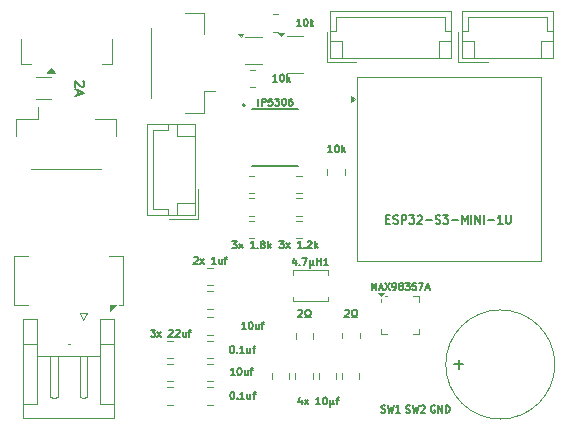
<source format=gbr>
%TF.GenerationSoftware,KiCad,Pcbnew,9.0.0*%
%TF.CreationDate,2025-05-13T10:19:14-05:00*%
%TF.ProjectId,Refraction Cell Circuit,52656672-6163-4746-996f-6e2043656c6c,rev?*%
%TF.SameCoordinates,Original*%
%TF.FileFunction,Legend,Top*%
%TF.FilePolarity,Positive*%
%FSLAX46Y46*%
G04 Gerber Fmt 4.6, Leading zero omitted, Abs format (unit mm)*
G04 Created by KiCad (PCBNEW 9.0.0) date 2025-05-13 10:19:14*
%MOMM*%
%LPD*%
G01*
G04 APERTURE LIST*
%ADD10C,0.150000*%
%ADD11C,0.175000*%
%ADD12C,0.120000*%
%ADD13C,0.127000*%
%ADD14C,0.200000*%
G04 APERTURE END LIST*
D10*
X143284999Y-117579771D02*
X143342142Y-117579771D01*
X143342142Y-117579771D02*
X143399285Y-117608342D01*
X143399285Y-117608342D02*
X143427857Y-117636914D01*
X143427857Y-117636914D02*
X143456428Y-117694057D01*
X143456428Y-117694057D02*
X143484999Y-117808342D01*
X143484999Y-117808342D02*
X143484999Y-117951200D01*
X143484999Y-117951200D02*
X143456428Y-118065485D01*
X143456428Y-118065485D02*
X143427857Y-118122628D01*
X143427857Y-118122628D02*
X143399285Y-118151200D01*
X143399285Y-118151200D02*
X143342142Y-118179771D01*
X143342142Y-118179771D02*
X143284999Y-118179771D01*
X143284999Y-118179771D02*
X143227857Y-118151200D01*
X143227857Y-118151200D02*
X143199285Y-118122628D01*
X143199285Y-118122628D02*
X143170714Y-118065485D01*
X143170714Y-118065485D02*
X143142142Y-117951200D01*
X143142142Y-117951200D02*
X143142142Y-117808342D01*
X143142142Y-117808342D02*
X143170714Y-117694057D01*
X143170714Y-117694057D02*
X143199285Y-117636914D01*
X143199285Y-117636914D02*
X143227857Y-117608342D01*
X143227857Y-117608342D02*
X143284999Y-117579771D01*
X143742143Y-118122628D02*
X143770714Y-118151200D01*
X143770714Y-118151200D02*
X143742143Y-118179771D01*
X143742143Y-118179771D02*
X143713571Y-118151200D01*
X143713571Y-118151200D02*
X143742143Y-118122628D01*
X143742143Y-118122628D02*
X143742143Y-118179771D01*
X144342142Y-118179771D02*
X143999285Y-118179771D01*
X144170714Y-118179771D02*
X144170714Y-117579771D01*
X144170714Y-117579771D02*
X144113571Y-117665485D01*
X144113571Y-117665485D02*
X144056428Y-117722628D01*
X144056428Y-117722628D02*
X143999285Y-117751200D01*
X144856429Y-117779771D02*
X144856429Y-118179771D01*
X144599286Y-117779771D02*
X144599286Y-118094057D01*
X144599286Y-118094057D02*
X144627857Y-118151200D01*
X144627857Y-118151200D02*
X144685000Y-118179771D01*
X144685000Y-118179771D02*
X144770714Y-118179771D01*
X144770714Y-118179771D02*
X144827857Y-118151200D01*
X144827857Y-118151200D02*
X144856429Y-118122628D01*
X145056428Y-117779771D02*
X145285000Y-117779771D01*
X145142143Y-118179771D02*
X145142143Y-117665485D01*
X145142143Y-117665485D02*
X145170714Y-117608342D01*
X145170714Y-117608342D02*
X145227857Y-117579771D01*
X145227857Y-117579771D02*
X145285000Y-117579771D01*
X158034999Y-119301200D02*
X158120714Y-119329771D01*
X158120714Y-119329771D02*
X158263571Y-119329771D01*
X158263571Y-119329771D02*
X158320714Y-119301200D01*
X158320714Y-119301200D02*
X158349285Y-119272628D01*
X158349285Y-119272628D02*
X158377856Y-119215485D01*
X158377856Y-119215485D02*
X158377856Y-119158342D01*
X158377856Y-119158342D02*
X158349285Y-119101200D01*
X158349285Y-119101200D02*
X158320714Y-119072628D01*
X158320714Y-119072628D02*
X158263571Y-119044057D01*
X158263571Y-119044057D02*
X158149285Y-119015485D01*
X158149285Y-119015485D02*
X158092142Y-118986914D01*
X158092142Y-118986914D02*
X158063571Y-118958342D01*
X158063571Y-118958342D02*
X158034999Y-118901200D01*
X158034999Y-118901200D02*
X158034999Y-118844057D01*
X158034999Y-118844057D02*
X158063571Y-118786914D01*
X158063571Y-118786914D02*
X158092142Y-118758342D01*
X158092142Y-118758342D02*
X158149285Y-118729771D01*
X158149285Y-118729771D02*
X158292142Y-118729771D01*
X158292142Y-118729771D02*
X158377856Y-118758342D01*
X158577857Y-118729771D02*
X158720714Y-119329771D01*
X158720714Y-119329771D02*
X158835000Y-118901200D01*
X158835000Y-118901200D02*
X158949285Y-119329771D01*
X158949285Y-119329771D02*
X159092143Y-118729771D01*
X159292142Y-118786914D02*
X159320714Y-118758342D01*
X159320714Y-118758342D02*
X159377857Y-118729771D01*
X159377857Y-118729771D02*
X159520714Y-118729771D01*
X159520714Y-118729771D02*
X159577857Y-118758342D01*
X159577857Y-118758342D02*
X159606428Y-118786914D01*
X159606428Y-118786914D02*
X159634999Y-118844057D01*
X159634999Y-118844057D02*
X159634999Y-118901200D01*
X159634999Y-118901200D02*
X159606428Y-118986914D01*
X159606428Y-118986914D02*
X159263571Y-119329771D01*
X159263571Y-119329771D02*
X159634999Y-119329771D01*
X155106427Y-108954771D02*
X155106427Y-108354771D01*
X155106427Y-108354771D02*
X155306427Y-108783342D01*
X155306427Y-108783342D02*
X155506427Y-108354771D01*
X155506427Y-108354771D02*
X155506427Y-108954771D01*
X155763569Y-108783342D02*
X156049284Y-108783342D01*
X155706426Y-108954771D02*
X155906426Y-108354771D01*
X155906426Y-108354771D02*
X156106426Y-108954771D01*
X156249284Y-108354771D02*
X156649284Y-108954771D01*
X156649284Y-108354771D02*
X156249284Y-108954771D01*
X156906427Y-108954771D02*
X157020713Y-108954771D01*
X157020713Y-108954771D02*
X157077856Y-108926200D01*
X157077856Y-108926200D02*
X157106427Y-108897628D01*
X157106427Y-108897628D02*
X157163570Y-108811914D01*
X157163570Y-108811914D02*
X157192141Y-108697628D01*
X157192141Y-108697628D02*
X157192141Y-108469057D01*
X157192141Y-108469057D02*
X157163570Y-108411914D01*
X157163570Y-108411914D02*
X157134999Y-108383342D01*
X157134999Y-108383342D02*
X157077856Y-108354771D01*
X157077856Y-108354771D02*
X156963570Y-108354771D01*
X156963570Y-108354771D02*
X156906427Y-108383342D01*
X156906427Y-108383342D02*
X156877856Y-108411914D01*
X156877856Y-108411914D02*
X156849284Y-108469057D01*
X156849284Y-108469057D02*
X156849284Y-108611914D01*
X156849284Y-108611914D02*
X156877856Y-108669057D01*
X156877856Y-108669057D02*
X156906427Y-108697628D01*
X156906427Y-108697628D02*
X156963570Y-108726200D01*
X156963570Y-108726200D02*
X157077856Y-108726200D01*
X157077856Y-108726200D02*
X157134999Y-108697628D01*
X157134999Y-108697628D02*
X157163570Y-108669057D01*
X157163570Y-108669057D02*
X157192141Y-108611914D01*
X157534999Y-108611914D02*
X157477856Y-108583342D01*
X157477856Y-108583342D02*
X157449285Y-108554771D01*
X157449285Y-108554771D02*
X157420713Y-108497628D01*
X157420713Y-108497628D02*
X157420713Y-108469057D01*
X157420713Y-108469057D02*
X157449285Y-108411914D01*
X157449285Y-108411914D02*
X157477856Y-108383342D01*
X157477856Y-108383342D02*
X157534999Y-108354771D01*
X157534999Y-108354771D02*
X157649285Y-108354771D01*
X157649285Y-108354771D02*
X157706428Y-108383342D01*
X157706428Y-108383342D02*
X157734999Y-108411914D01*
X157734999Y-108411914D02*
X157763570Y-108469057D01*
X157763570Y-108469057D02*
X157763570Y-108497628D01*
X157763570Y-108497628D02*
X157734999Y-108554771D01*
X157734999Y-108554771D02*
X157706428Y-108583342D01*
X157706428Y-108583342D02*
X157649285Y-108611914D01*
X157649285Y-108611914D02*
X157534999Y-108611914D01*
X157534999Y-108611914D02*
X157477856Y-108640485D01*
X157477856Y-108640485D02*
X157449285Y-108669057D01*
X157449285Y-108669057D02*
X157420713Y-108726200D01*
X157420713Y-108726200D02*
X157420713Y-108840485D01*
X157420713Y-108840485D02*
X157449285Y-108897628D01*
X157449285Y-108897628D02*
X157477856Y-108926200D01*
X157477856Y-108926200D02*
X157534999Y-108954771D01*
X157534999Y-108954771D02*
X157649285Y-108954771D01*
X157649285Y-108954771D02*
X157706428Y-108926200D01*
X157706428Y-108926200D02*
X157734999Y-108897628D01*
X157734999Y-108897628D02*
X157763570Y-108840485D01*
X157763570Y-108840485D02*
X157763570Y-108726200D01*
X157763570Y-108726200D02*
X157734999Y-108669057D01*
X157734999Y-108669057D02*
X157706428Y-108640485D01*
X157706428Y-108640485D02*
X157649285Y-108611914D01*
X157963571Y-108354771D02*
X158334999Y-108354771D01*
X158334999Y-108354771D02*
X158134999Y-108583342D01*
X158134999Y-108583342D02*
X158220714Y-108583342D01*
X158220714Y-108583342D02*
X158277857Y-108611914D01*
X158277857Y-108611914D02*
X158306428Y-108640485D01*
X158306428Y-108640485D02*
X158334999Y-108697628D01*
X158334999Y-108697628D02*
X158334999Y-108840485D01*
X158334999Y-108840485D02*
X158306428Y-108897628D01*
X158306428Y-108897628D02*
X158277857Y-108926200D01*
X158277857Y-108926200D02*
X158220714Y-108954771D01*
X158220714Y-108954771D02*
X158049285Y-108954771D01*
X158049285Y-108954771D02*
X157992142Y-108926200D01*
X157992142Y-108926200D02*
X157963571Y-108897628D01*
X158877857Y-108354771D02*
X158592143Y-108354771D01*
X158592143Y-108354771D02*
X158563571Y-108640485D01*
X158563571Y-108640485D02*
X158592143Y-108611914D01*
X158592143Y-108611914D02*
X158649286Y-108583342D01*
X158649286Y-108583342D02*
X158792143Y-108583342D01*
X158792143Y-108583342D02*
X158849286Y-108611914D01*
X158849286Y-108611914D02*
X158877857Y-108640485D01*
X158877857Y-108640485D02*
X158906428Y-108697628D01*
X158906428Y-108697628D02*
X158906428Y-108840485D01*
X158906428Y-108840485D02*
X158877857Y-108897628D01*
X158877857Y-108897628D02*
X158849286Y-108926200D01*
X158849286Y-108926200D02*
X158792143Y-108954771D01*
X158792143Y-108954771D02*
X158649286Y-108954771D01*
X158649286Y-108954771D02*
X158592143Y-108926200D01*
X158592143Y-108926200D02*
X158563571Y-108897628D01*
X159106429Y-108354771D02*
X159506429Y-108354771D01*
X159506429Y-108354771D02*
X159249286Y-108954771D01*
X159706429Y-108783342D02*
X159992144Y-108783342D01*
X159649286Y-108954771D02*
X159849286Y-108354771D01*
X159849286Y-108354771D02*
X160049286Y-108954771D01*
X143259999Y-113679771D02*
X143317142Y-113679771D01*
X143317142Y-113679771D02*
X143374285Y-113708342D01*
X143374285Y-113708342D02*
X143402857Y-113736914D01*
X143402857Y-113736914D02*
X143431428Y-113794057D01*
X143431428Y-113794057D02*
X143459999Y-113908342D01*
X143459999Y-113908342D02*
X143459999Y-114051200D01*
X143459999Y-114051200D02*
X143431428Y-114165485D01*
X143431428Y-114165485D02*
X143402857Y-114222628D01*
X143402857Y-114222628D02*
X143374285Y-114251200D01*
X143374285Y-114251200D02*
X143317142Y-114279771D01*
X143317142Y-114279771D02*
X143259999Y-114279771D01*
X143259999Y-114279771D02*
X143202857Y-114251200D01*
X143202857Y-114251200D02*
X143174285Y-114222628D01*
X143174285Y-114222628D02*
X143145714Y-114165485D01*
X143145714Y-114165485D02*
X143117142Y-114051200D01*
X143117142Y-114051200D02*
X143117142Y-113908342D01*
X143117142Y-113908342D02*
X143145714Y-113794057D01*
X143145714Y-113794057D02*
X143174285Y-113736914D01*
X143174285Y-113736914D02*
X143202857Y-113708342D01*
X143202857Y-113708342D02*
X143259999Y-113679771D01*
X143717143Y-114222628D02*
X143745714Y-114251200D01*
X143745714Y-114251200D02*
X143717143Y-114279771D01*
X143717143Y-114279771D02*
X143688571Y-114251200D01*
X143688571Y-114251200D02*
X143717143Y-114222628D01*
X143717143Y-114222628D02*
X143717143Y-114279771D01*
X144317142Y-114279771D02*
X143974285Y-114279771D01*
X144145714Y-114279771D02*
X144145714Y-113679771D01*
X144145714Y-113679771D02*
X144088571Y-113765485D01*
X144088571Y-113765485D02*
X144031428Y-113822628D01*
X144031428Y-113822628D02*
X143974285Y-113851200D01*
X144831429Y-113879771D02*
X144831429Y-114279771D01*
X144574286Y-113879771D02*
X144574286Y-114194057D01*
X144574286Y-114194057D02*
X144602857Y-114251200D01*
X144602857Y-114251200D02*
X144660000Y-114279771D01*
X144660000Y-114279771D02*
X144745714Y-114279771D01*
X144745714Y-114279771D02*
X144802857Y-114251200D01*
X144802857Y-114251200D02*
X144831429Y-114222628D01*
X145031428Y-113879771D02*
X145260000Y-113879771D01*
X145117143Y-114279771D02*
X145117143Y-113765485D01*
X145117143Y-113765485D02*
X145145714Y-113708342D01*
X145145714Y-113708342D02*
X145202857Y-113679771D01*
X145202857Y-113679771D02*
X145260000Y-113679771D01*
X144477856Y-112254771D02*
X144134999Y-112254771D01*
X144306428Y-112254771D02*
X144306428Y-111654771D01*
X144306428Y-111654771D02*
X144249285Y-111740485D01*
X144249285Y-111740485D02*
X144192142Y-111797628D01*
X144192142Y-111797628D02*
X144134999Y-111826200D01*
X144849285Y-111654771D02*
X144906428Y-111654771D01*
X144906428Y-111654771D02*
X144963571Y-111683342D01*
X144963571Y-111683342D02*
X144992143Y-111711914D01*
X144992143Y-111711914D02*
X145020714Y-111769057D01*
X145020714Y-111769057D02*
X145049285Y-111883342D01*
X145049285Y-111883342D02*
X145049285Y-112026200D01*
X145049285Y-112026200D02*
X145020714Y-112140485D01*
X145020714Y-112140485D02*
X144992143Y-112197628D01*
X144992143Y-112197628D02*
X144963571Y-112226200D01*
X144963571Y-112226200D02*
X144906428Y-112254771D01*
X144906428Y-112254771D02*
X144849285Y-112254771D01*
X144849285Y-112254771D02*
X144792143Y-112226200D01*
X144792143Y-112226200D02*
X144763571Y-112197628D01*
X144763571Y-112197628D02*
X144735000Y-112140485D01*
X144735000Y-112140485D02*
X144706428Y-112026200D01*
X144706428Y-112026200D02*
X144706428Y-111883342D01*
X144706428Y-111883342D02*
X144735000Y-111769057D01*
X144735000Y-111769057D02*
X144763571Y-111711914D01*
X144763571Y-111711914D02*
X144792143Y-111683342D01*
X144792143Y-111683342D02*
X144849285Y-111654771D01*
X145563572Y-111854771D02*
X145563572Y-112254771D01*
X145306429Y-111854771D02*
X145306429Y-112169057D01*
X145306429Y-112169057D02*
X145335000Y-112226200D01*
X145335000Y-112226200D02*
X145392143Y-112254771D01*
X145392143Y-112254771D02*
X145477857Y-112254771D01*
X145477857Y-112254771D02*
X145535000Y-112226200D01*
X145535000Y-112226200D02*
X145563572Y-112197628D01*
X145763571Y-111854771D02*
X145992143Y-111854771D01*
X145849286Y-112254771D02*
X145849286Y-111740485D01*
X145849286Y-111740485D02*
X145877857Y-111683342D01*
X145877857Y-111683342D02*
X145935000Y-111654771D01*
X145935000Y-111654771D02*
X145992143Y-111654771D01*
X147306428Y-104804771D02*
X147677856Y-104804771D01*
X147677856Y-104804771D02*
X147477856Y-105033342D01*
X147477856Y-105033342D02*
X147563571Y-105033342D01*
X147563571Y-105033342D02*
X147620714Y-105061914D01*
X147620714Y-105061914D02*
X147649285Y-105090485D01*
X147649285Y-105090485D02*
X147677856Y-105147628D01*
X147677856Y-105147628D02*
X147677856Y-105290485D01*
X147677856Y-105290485D02*
X147649285Y-105347628D01*
X147649285Y-105347628D02*
X147620714Y-105376200D01*
X147620714Y-105376200D02*
X147563571Y-105404771D01*
X147563571Y-105404771D02*
X147392142Y-105404771D01*
X147392142Y-105404771D02*
X147334999Y-105376200D01*
X147334999Y-105376200D02*
X147306428Y-105347628D01*
X147877857Y-105404771D02*
X148192143Y-105004771D01*
X147877857Y-105004771D02*
X148192143Y-105404771D01*
X149192142Y-105404771D02*
X148849285Y-105404771D01*
X149020714Y-105404771D02*
X149020714Y-104804771D01*
X149020714Y-104804771D02*
X148963571Y-104890485D01*
X148963571Y-104890485D02*
X148906428Y-104947628D01*
X148906428Y-104947628D02*
X148849285Y-104976200D01*
X149449286Y-105347628D02*
X149477857Y-105376200D01*
X149477857Y-105376200D02*
X149449286Y-105404771D01*
X149449286Y-105404771D02*
X149420714Y-105376200D01*
X149420714Y-105376200D02*
X149449286Y-105347628D01*
X149449286Y-105347628D02*
X149449286Y-105404771D01*
X149706428Y-104861914D02*
X149735000Y-104833342D01*
X149735000Y-104833342D02*
X149792143Y-104804771D01*
X149792143Y-104804771D02*
X149935000Y-104804771D01*
X149935000Y-104804771D02*
X149992143Y-104833342D01*
X149992143Y-104833342D02*
X150020714Y-104861914D01*
X150020714Y-104861914D02*
X150049285Y-104919057D01*
X150049285Y-104919057D02*
X150049285Y-104976200D01*
X150049285Y-104976200D02*
X150020714Y-105061914D01*
X150020714Y-105061914D02*
X149677857Y-105404771D01*
X149677857Y-105404771D02*
X150049285Y-105404771D01*
X150306429Y-105404771D02*
X150306429Y-104804771D01*
X150363572Y-105176200D02*
X150535000Y-105404771D01*
X150535000Y-105004771D02*
X150306429Y-105233342D01*
X140063571Y-106186914D02*
X140092143Y-106158342D01*
X140092143Y-106158342D02*
X140149286Y-106129771D01*
X140149286Y-106129771D02*
X140292143Y-106129771D01*
X140292143Y-106129771D02*
X140349286Y-106158342D01*
X140349286Y-106158342D02*
X140377857Y-106186914D01*
X140377857Y-106186914D02*
X140406428Y-106244057D01*
X140406428Y-106244057D02*
X140406428Y-106301200D01*
X140406428Y-106301200D02*
X140377857Y-106386914D01*
X140377857Y-106386914D02*
X140035000Y-106729771D01*
X140035000Y-106729771D02*
X140406428Y-106729771D01*
X140606429Y-106729771D02*
X140920715Y-106329771D01*
X140606429Y-106329771D02*
X140920715Y-106729771D01*
X141920714Y-106729771D02*
X141577857Y-106729771D01*
X141749286Y-106729771D02*
X141749286Y-106129771D01*
X141749286Y-106129771D02*
X141692143Y-106215485D01*
X141692143Y-106215485D02*
X141635000Y-106272628D01*
X141635000Y-106272628D02*
X141577857Y-106301200D01*
X142435001Y-106329771D02*
X142435001Y-106729771D01*
X142177858Y-106329771D02*
X142177858Y-106644057D01*
X142177858Y-106644057D02*
X142206429Y-106701200D01*
X142206429Y-106701200D02*
X142263572Y-106729771D01*
X142263572Y-106729771D02*
X142349286Y-106729771D01*
X142349286Y-106729771D02*
X142406429Y-106701200D01*
X142406429Y-106701200D02*
X142435001Y-106672628D01*
X142635000Y-106329771D02*
X142863572Y-106329771D01*
X142720715Y-106729771D02*
X142720715Y-106215485D01*
X142720715Y-106215485D02*
X142749286Y-106158342D01*
X142749286Y-106158342D02*
X142806429Y-106129771D01*
X142806429Y-106129771D02*
X142863572Y-106129771D01*
X147127856Y-91304771D02*
X146784999Y-91304771D01*
X146956428Y-91304771D02*
X146956428Y-90704771D01*
X146956428Y-90704771D02*
X146899285Y-90790485D01*
X146899285Y-90790485D02*
X146842142Y-90847628D01*
X146842142Y-90847628D02*
X146784999Y-90876200D01*
X147499285Y-90704771D02*
X147556428Y-90704771D01*
X147556428Y-90704771D02*
X147613571Y-90733342D01*
X147613571Y-90733342D02*
X147642143Y-90761914D01*
X147642143Y-90761914D02*
X147670714Y-90819057D01*
X147670714Y-90819057D02*
X147699285Y-90933342D01*
X147699285Y-90933342D02*
X147699285Y-91076200D01*
X147699285Y-91076200D02*
X147670714Y-91190485D01*
X147670714Y-91190485D02*
X147642143Y-91247628D01*
X147642143Y-91247628D02*
X147613571Y-91276200D01*
X147613571Y-91276200D02*
X147556428Y-91304771D01*
X147556428Y-91304771D02*
X147499285Y-91304771D01*
X147499285Y-91304771D02*
X147442143Y-91276200D01*
X147442143Y-91276200D02*
X147413571Y-91247628D01*
X147413571Y-91247628D02*
X147385000Y-91190485D01*
X147385000Y-91190485D02*
X147356428Y-91076200D01*
X147356428Y-91076200D02*
X147356428Y-90933342D01*
X147356428Y-90933342D02*
X147385000Y-90819057D01*
X147385000Y-90819057D02*
X147413571Y-90761914D01*
X147413571Y-90761914D02*
X147442143Y-90733342D01*
X147442143Y-90733342D02*
X147499285Y-90704771D01*
X147956429Y-91304771D02*
X147956429Y-90704771D01*
X148013572Y-91076200D02*
X148185000Y-91304771D01*
X148185000Y-90904771D02*
X147956429Y-91133342D01*
X145524642Y-93354771D02*
X145524642Y-92754771D01*
X145810356Y-93354771D02*
X145810356Y-92754771D01*
X145810356Y-92754771D02*
X146038927Y-92754771D01*
X146038927Y-92754771D02*
X146096070Y-92783342D01*
X146096070Y-92783342D02*
X146124641Y-92811914D01*
X146124641Y-92811914D02*
X146153213Y-92869057D01*
X146153213Y-92869057D02*
X146153213Y-92954771D01*
X146153213Y-92954771D02*
X146124641Y-93011914D01*
X146124641Y-93011914D02*
X146096070Y-93040485D01*
X146096070Y-93040485D02*
X146038927Y-93069057D01*
X146038927Y-93069057D02*
X145810356Y-93069057D01*
X146696070Y-92754771D02*
X146410356Y-92754771D01*
X146410356Y-92754771D02*
X146381784Y-93040485D01*
X146381784Y-93040485D02*
X146410356Y-93011914D01*
X146410356Y-93011914D02*
X146467499Y-92983342D01*
X146467499Y-92983342D02*
X146610356Y-92983342D01*
X146610356Y-92983342D02*
X146667499Y-93011914D01*
X146667499Y-93011914D02*
X146696070Y-93040485D01*
X146696070Y-93040485D02*
X146724641Y-93097628D01*
X146724641Y-93097628D02*
X146724641Y-93240485D01*
X146724641Y-93240485D02*
X146696070Y-93297628D01*
X146696070Y-93297628D02*
X146667499Y-93326200D01*
X146667499Y-93326200D02*
X146610356Y-93354771D01*
X146610356Y-93354771D02*
X146467499Y-93354771D01*
X146467499Y-93354771D02*
X146410356Y-93326200D01*
X146410356Y-93326200D02*
X146381784Y-93297628D01*
X146924642Y-92754771D02*
X147296070Y-92754771D01*
X147296070Y-92754771D02*
X147096070Y-92983342D01*
X147096070Y-92983342D02*
X147181785Y-92983342D01*
X147181785Y-92983342D02*
X147238928Y-93011914D01*
X147238928Y-93011914D02*
X147267499Y-93040485D01*
X147267499Y-93040485D02*
X147296070Y-93097628D01*
X147296070Y-93097628D02*
X147296070Y-93240485D01*
X147296070Y-93240485D02*
X147267499Y-93297628D01*
X147267499Y-93297628D02*
X147238928Y-93326200D01*
X147238928Y-93326200D02*
X147181785Y-93354771D01*
X147181785Y-93354771D02*
X147010356Y-93354771D01*
X147010356Y-93354771D02*
X146953213Y-93326200D01*
X146953213Y-93326200D02*
X146924642Y-93297628D01*
X147667499Y-92754771D02*
X147724642Y-92754771D01*
X147724642Y-92754771D02*
X147781785Y-92783342D01*
X147781785Y-92783342D02*
X147810357Y-92811914D01*
X147810357Y-92811914D02*
X147838928Y-92869057D01*
X147838928Y-92869057D02*
X147867499Y-92983342D01*
X147867499Y-92983342D02*
X147867499Y-93126200D01*
X147867499Y-93126200D02*
X147838928Y-93240485D01*
X147838928Y-93240485D02*
X147810357Y-93297628D01*
X147810357Y-93297628D02*
X147781785Y-93326200D01*
X147781785Y-93326200D02*
X147724642Y-93354771D01*
X147724642Y-93354771D02*
X147667499Y-93354771D01*
X147667499Y-93354771D02*
X147610357Y-93326200D01*
X147610357Y-93326200D02*
X147581785Y-93297628D01*
X147581785Y-93297628D02*
X147553214Y-93240485D01*
X147553214Y-93240485D02*
X147524642Y-93126200D01*
X147524642Y-93126200D02*
X147524642Y-92983342D01*
X147524642Y-92983342D02*
X147553214Y-92869057D01*
X147553214Y-92869057D02*
X147581785Y-92811914D01*
X147581785Y-92811914D02*
X147610357Y-92783342D01*
X147610357Y-92783342D02*
X147667499Y-92754771D01*
X148381786Y-92754771D02*
X148267500Y-92754771D01*
X148267500Y-92754771D02*
X148210357Y-92783342D01*
X148210357Y-92783342D02*
X148181786Y-92811914D01*
X148181786Y-92811914D02*
X148124643Y-92897628D01*
X148124643Y-92897628D02*
X148096071Y-93011914D01*
X148096071Y-93011914D02*
X148096071Y-93240485D01*
X148096071Y-93240485D02*
X148124643Y-93297628D01*
X148124643Y-93297628D02*
X148153214Y-93326200D01*
X148153214Y-93326200D02*
X148210357Y-93354771D01*
X148210357Y-93354771D02*
X148324643Y-93354771D01*
X148324643Y-93354771D02*
X148381786Y-93326200D01*
X148381786Y-93326200D02*
X148410357Y-93297628D01*
X148410357Y-93297628D02*
X148438928Y-93240485D01*
X148438928Y-93240485D02*
X148438928Y-93097628D01*
X148438928Y-93097628D02*
X148410357Y-93040485D01*
X148410357Y-93040485D02*
X148381786Y-93011914D01*
X148381786Y-93011914D02*
X148324643Y-92983342D01*
X148324643Y-92983342D02*
X148210357Y-92983342D01*
X148210357Y-92983342D02*
X148153214Y-93011914D01*
X148153214Y-93011914D02*
X148124643Y-93040485D01*
X148124643Y-93040485D02*
X148096071Y-93097628D01*
D11*
X156368332Y-102958066D02*
X156601666Y-102958066D01*
X156701666Y-103324733D02*
X156368332Y-103324733D01*
X156368332Y-103324733D02*
X156368332Y-102624733D01*
X156368332Y-102624733D02*
X156701666Y-102624733D01*
X156968332Y-103291400D02*
X157068332Y-103324733D01*
X157068332Y-103324733D02*
X157234999Y-103324733D01*
X157234999Y-103324733D02*
X157301665Y-103291400D01*
X157301665Y-103291400D02*
X157334999Y-103258066D01*
X157334999Y-103258066D02*
X157368332Y-103191400D01*
X157368332Y-103191400D02*
X157368332Y-103124733D01*
X157368332Y-103124733D02*
X157334999Y-103058066D01*
X157334999Y-103058066D02*
X157301665Y-103024733D01*
X157301665Y-103024733D02*
X157234999Y-102991400D01*
X157234999Y-102991400D02*
X157101665Y-102958066D01*
X157101665Y-102958066D02*
X157034999Y-102924733D01*
X157034999Y-102924733D02*
X157001665Y-102891400D01*
X157001665Y-102891400D02*
X156968332Y-102824733D01*
X156968332Y-102824733D02*
X156968332Y-102758066D01*
X156968332Y-102758066D02*
X157001665Y-102691400D01*
X157001665Y-102691400D02*
X157034999Y-102658066D01*
X157034999Y-102658066D02*
X157101665Y-102624733D01*
X157101665Y-102624733D02*
X157268332Y-102624733D01*
X157268332Y-102624733D02*
X157368332Y-102658066D01*
X157668332Y-103324733D02*
X157668332Y-102624733D01*
X157668332Y-102624733D02*
X157934999Y-102624733D01*
X157934999Y-102624733D02*
X158001666Y-102658066D01*
X158001666Y-102658066D02*
X158034999Y-102691400D01*
X158034999Y-102691400D02*
X158068332Y-102758066D01*
X158068332Y-102758066D02*
X158068332Y-102858066D01*
X158068332Y-102858066D02*
X158034999Y-102924733D01*
X158034999Y-102924733D02*
X158001666Y-102958066D01*
X158001666Y-102958066D02*
X157934999Y-102991400D01*
X157934999Y-102991400D02*
X157668332Y-102991400D01*
X158301666Y-102624733D02*
X158734999Y-102624733D01*
X158734999Y-102624733D02*
X158501666Y-102891400D01*
X158501666Y-102891400D02*
X158601666Y-102891400D01*
X158601666Y-102891400D02*
X158668332Y-102924733D01*
X158668332Y-102924733D02*
X158701666Y-102958066D01*
X158701666Y-102958066D02*
X158734999Y-103024733D01*
X158734999Y-103024733D02*
X158734999Y-103191400D01*
X158734999Y-103191400D02*
X158701666Y-103258066D01*
X158701666Y-103258066D02*
X158668332Y-103291400D01*
X158668332Y-103291400D02*
X158601666Y-103324733D01*
X158601666Y-103324733D02*
X158401666Y-103324733D01*
X158401666Y-103324733D02*
X158334999Y-103291400D01*
X158334999Y-103291400D02*
X158301666Y-103258066D01*
X159001666Y-102691400D02*
X159034999Y-102658066D01*
X159034999Y-102658066D02*
X159101666Y-102624733D01*
X159101666Y-102624733D02*
X159268333Y-102624733D01*
X159268333Y-102624733D02*
X159334999Y-102658066D01*
X159334999Y-102658066D02*
X159368333Y-102691400D01*
X159368333Y-102691400D02*
X159401666Y-102758066D01*
X159401666Y-102758066D02*
X159401666Y-102824733D01*
X159401666Y-102824733D02*
X159368333Y-102924733D01*
X159368333Y-102924733D02*
X158968333Y-103324733D01*
X158968333Y-103324733D02*
X159401666Y-103324733D01*
X159701666Y-103058066D02*
X160235000Y-103058066D01*
X160535000Y-103291400D02*
X160635000Y-103324733D01*
X160635000Y-103324733D02*
X160801667Y-103324733D01*
X160801667Y-103324733D02*
X160868333Y-103291400D01*
X160868333Y-103291400D02*
X160901667Y-103258066D01*
X160901667Y-103258066D02*
X160935000Y-103191400D01*
X160935000Y-103191400D02*
X160935000Y-103124733D01*
X160935000Y-103124733D02*
X160901667Y-103058066D01*
X160901667Y-103058066D02*
X160868333Y-103024733D01*
X160868333Y-103024733D02*
X160801667Y-102991400D01*
X160801667Y-102991400D02*
X160668333Y-102958066D01*
X160668333Y-102958066D02*
X160601667Y-102924733D01*
X160601667Y-102924733D02*
X160568333Y-102891400D01*
X160568333Y-102891400D02*
X160535000Y-102824733D01*
X160535000Y-102824733D02*
X160535000Y-102758066D01*
X160535000Y-102758066D02*
X160568333Y-102691400D01*
X160568333Y-102691400D02*
X160601667Y-102658066D01*
X160601667Y-102658066D02*
X160668333Y-102624733D01*
X160668333Y-102624733D02*
X160835000Y-102624733D01*
X160835000Y-102624733D02*
X160935000Y-102658066D01*
X161168334Y-102624733D02*
X161601667Y-102624733D01*
X161601667Y-102624733D02*
X161368334Y-102891400D01*
X161368334Y-102891400D02*
X161468334Y-102891400D01*
X161468334Y-102891400D02*
X161535000Y-102924733D01*
X161535000Y-102924733D02*
X161568334Y-102958066D01*
X161568334Y-102958066D02*
X161601667Y-103024733D01*
X161601667Y-103024733D02*
X161601667Y-103191400D01*
X161601667Y-103191400D02*
X161568334Y-103258066D01*
X161568334Y-103258066D02*
X161535000Y-103291400D01*
X161535000Y-103291400D02*
X161468334Y-103324733D01*
X161468334Y-103324733D02*
X161268334Y-103324733D01*
X161268334Y-103324733D02*
X161201667Y-103291400D01*
X161201667Y-103291400D02*
X161168334Y-103258066D01*
X161901667Y-103058066D02*
X162435001Y-103058066D01*
X162768334Y-103324733D02*
X162768334Y-102624733D01*
X162768334Y-102624733D02*
X163001668Y-103124733D01*
X163001668Y-103124733D02*
X163235001Y-102624733D01*
X163235001Y-102624733D02*
X163235001Y-103324733D01*
X163568334Y-103324733D02*
X163568334Y-102624733D01*
X163901667Y-103324733D02*
X163901667Y-102624733D01*
X163901667Y-102624733D02*
X164301667Y-103324733D01*
X164301667Y-103324733D02*
X164301667Y-102624733D01*
X164635000Y-103324733D02*
X164635000Y-102624733D01*
X164968333Y-103058066D02*
X165501667Y-103058066D01*
X166201667Y-103324733D02*
X165801667Y-103324733D01*
X166001667Y-103324733D02*
X166001667Y-102624733D01*
X166001667Y-102624733D02*
X165935000Y-102724733D01*
X165935000Y-102724733D02*
X165868334Y-102791400D01*
X165868334Y-102791400D02*
X165801667Y-102824733D01*
X166501667Y-102624733D02*
X166501667Y-103191400D01*
X166501667Y-103191400D02*
X166535001Y-103258066D01*
X166535001Y-103258066D02*
X166568334Y-103291400D01*
X166568334Y-103291400D02*
X166635001Y-103324733D01*
X166635001Y-103324733D02*
X166768334Y-103324733D01*
X166768334Y-103324733D02*
X166835001Y-103291400D01*
X166835001Y-103291400D02*
X166868334Y-103258066D01*
X166868334Y-103258066D02*
X166901667Y-103191400D01*
X166901667Y-103191400D02*
X166901667Y-102624733D01*
D10*
X143331428Y-104829771D02*
X143702856Y-104829771D01*
X143702856Y-104829771D02*
X143502856Y-105058342D01*
X143502856Y-105058342D02*
X143588571Y-105058342D01*
X143588571Y-105058342D02*
X143645714Y-105086914D01*
X143645714Y-105086914D02*
X143674285Y-105115485D01*
X143674285Y-105115485D02*
X143702856Y-105172628D01*
X143702856Y-105172628D02*
X143702856Y-105315485D01*
X143702856Y-105315485D02*
X143674285Y-105372628D01*
X143674285Y-105372628D02*
X143645714Y-105401200D01*
X143645714Y-105401200D02*
X143588571Y-105429771D01*
X143588571Y-105429771D02*
X143417142Y-105429771D01*
X143417142Y-105429771D02*
X143359999Y-105401200D01*
X143359999Y-105401200D02*
X143331428Y-105372628D01*
X143902857Y-105429771D02*
X144217143Y-105029771D01*
X143902857Y-105029771D02*
X144217143Y-105429771D01*
X145217142Y-105429771D02*
X144874285Y-105429771D01*
X145045714Y-105429771D02*
X145045714Y-104829771D01*
X145045714Y-104829771D02*
X144988571Y-104915485D01*
X144988571Y-104915485D02*
X144931428Y-104972628D01*
X144931428Y-104972628D02*
X144874285Y-105001200D01*
X145474286Y-105372628D02*
X145502857Y-105401200D01*
X145502857Y-105401200D02*
X145474286Y-105429771D01*
X145474286Y-105429771D02*
X145445714Y-105401200D01*
X145445714Y-105401200D02*
X145474286Y-105372628D01*
X145474286Y-105372628D02*
X145474286Y-105429771D01*
X145845714Y-105086914D02*
X145788571Y-105058342D01*
X145788571Y-105058342D02*
X145760000Y-105029771D01*
X145760000Y-105029771D02*
X145731428Y-104972628D01*
X145731428Y-104972628D02*
X145731428Y-104944057D01*
X145731428Y-104944057D02*
X145760000Y-104886914D01*
X145760000Y-104886914D02*
X145788571Y-104858342D01*
X145788571Y-104858342D02*
X145845714Y-104829771D01*
X145845714Y-104829771D02*
X145960000Y-104829771D01*
X145960000Y-104829771D02*
X146017143Y-104858342D01*
X146017143Y-104858342D02*
X146045714Y-104886914D01*
X146045714Y-104886914D02*
X146074285Y-104944057D01*
X146074285Y-104944057D02*
X146074285Y-104972628D01*
X146074285Y-104972628D02*
X146045714Y-105029771D01*
X146045714Y-105029771D02*
X146017143Y-105058342D01*
X146017143Y-105058342D02*
X145960000Y-105086914D01*
X145960000Y-105086914D02*
X145845714Y-105086914D01*
X145845714Y-105086914D02*
X145788571Y-105115485D01*
X145788571Y-105115485D02*
X145760000Y-105144057D01*
X145760000Y-105144057D02*
X145731428Y-105201200D01*
X145731428Y-105201200D02*
X145731428Y-105315485D01*
X145731428Y-105315485D02*
X145760000Y-105372628D01*
X145760000Y-105372628D02*
X145788571Y-105401200D01*
X145788571Y-105401200D02*
X145845714Y-105429771D01*
X145845714Y-105429771D02*
X145960000Y-105429771D01*
X145960000Y-105429771D02*
X146017143Y-105401200D01*
X146017143Y-105401200D02*
X146045714Y-105372628D01*
X146045714Y-105372628D02*
X146074285Y-105315485D01*
X146074285Y-105315485D02*
X146074285Y-105201200D01*
X146074285Y-105201200D02*
X146045714Y-105144057D01*
X146045714Y-105144057D02*
X146017143Y-105115485D01*
X146017143Y-105115485D02*
X145960000Y-105086914D01*
X146331429Y-105429771D02*
X146331429Y-104829771D01*
X146388572Y-105201200D02*
X146560000Y-105429771D01*
X146560000Y-105029771D02*
X146331429Y-105258342D01*
X143527856Y-116154771D02*
X143184999Y-116154771D01*
X143356428Y-116154771D02*
X143356428Y-115554771D01*
X143356428Y-115554771D02*
X143299285Y-115640485D01*
X143299285Y-115640485D02*
X143242142Y-115697628D01*
X143242142Y-115697628D02*
X143184999Y-115726200D01*
X143899285Y-115554771D02*
X143956428Y-115554771D01*
X143956428Y-115554771D02*
X144013571Y-115583342D01*
X144013571Y-115583342D02*
X144042143Y-115611914D01*
X144042143Y-115611914D02*
X144070714Y-115669057D01*
X144070714Y-115669057D02*
X144099285Y-115783342D01*
X144099285Y-115783342D02*
X144099285Y-115926200D01*
X144099285Y-115926200D02*
X144070714Y-116040485D01*
X144070714Y-116040485D02*
X144042143Y-116097628D01*
X144042143Y-116097628D02*
X144013571Y-116126200D01*
X144013571Y-116126200D02*
X143956428Y-116154771D01*
X143956428Y-116154771D02*
X143899285Y-116154771D01*
X143899285Y-116154771D02*
X143842143Y-116126200D01*
X143842143Y-116126200D02*
X143813571Y-116097628D01*
X143813571Y-116097628D02*
X143785000Y-116040485D01*
X143785000Y-116040485D02*
X143756428Y-115926200D01*
X143756428Y-115926200D02*
X143756428Y-115783342D01*
X143756428Y-115783342D02*
X143785000Y-115669057D01*
X143785000Y-115669057D02*
X143813571Y-115611914D01*
X143813571Y-115611914D02*
X143842143Y-115583342D01*
X143842143Y-115583342D02*
X143899285Y-115554771D01*
X144613572Y-115754771D02*
X144613572Y-116154771D01*
X144356429Y-115754771D02*
X144356429Y-116069057D01*
X144356429Y-116069057D02*
X144385000Y-116126200D01*
X144385000Y-116126200D02*
X144442143Y-116154771D01*
X144442143Y-116154771D02*
X144527857Y-116154771D01*
X144527857Y-116154771D02*
X144585000Y-116126200D01*
X144585000Y-116126200D02*
X144613572Y-116097628D01*
X144813571Y-115754771D02*
X145042143Y-115754771D01*
X144899286Y-116154771D02*
X144899286Y-115640485D01*
X144899286Y-115640485D02*
X144927857Y-115583342D01*
X144927857Y-115583342D02*
X144985000Y-115554771D01*
X144985000Y-115554771D02*
X145042143Y-115554771D01*
X152845714Y-110686914D02*
X152874286Y-110658342D01*
X152874286Y-110658342D02*
X152931429Y-110629771D01*
X152931429Y-110629771D02*
X153074286Y-110629771D01*
X153074286Y-110629771D02*
X153131429Y-110658342D01*
X153131429Y-110658342D02*
X153160000Y-110686914D01*
X153160000Y-110686914D02*
X153188571Y-110744057D01*
X153188571Y-110744057D02*
X153188571Y-110801200D01*
X153188571Y-110801200D02*
X153160000Y-110886914D01*
X153160000Y-110886914D02*
X152817143Y-111229771D01*
X152817143Y-111229771D02*
X153188571Y-111229771D01*
X153417143Y-111229771D02*
X153560000Y-111229771D01*
X153560000Y-111229771D02*
X153560000Y-111115485D01*
X153560000Y-111115485D02*
X153502858Y-111086914D01*
X153502858Y-111086914D02*
X153445715Y-111029771D01*
X153445715Y-111029771D02*
X153417143Y-110944057D01*
X153417143Y-110944057D02*
X153417143Y-110801200D01*
X153417143Y-110801200D02*
X153445715Y-110715485D01*
X153445715Y-110715485D02*
X153502858Y-110658342D01*
X153502858Y-110658342D02*
X153588572Y-110629771D01*
X153588572Y-110629771D02*
X153702858Y-110629771D01*
X153702858Y-110629771D02*
X153788572Y-110658342D01*
X153788572Y-110658342D02*
X153845715Y-110715485D01*
X153845715Y-110715485D02*
X153874286Y-110801200D01*
X153874286Y-110801200D02*
X153874286Y-110944057D01*
X153874286Y-110944057D02*
X153845715Y-111029771D01*
X153845715Y-111029771D02*
X153788572Y-111086914D01*
X153788572Y-111086914D02*
X153731429Y-111115485D01*
X153731429Y-111115485D02*
X153731429Y-111229771D01*
X153731429Y-111229771D02*
X153874286Y-111229771D01*
X130715264Y-91281071D02*
X130753359Y-91319167D01*
X130753359Y-91319167D02*
X130791454Y-91395357D01*
X130791454Y-91395357D02*
X130791454Y-91585833D01*
X130791454Y-91585833D02*
X130753359Y-91662024D01*
X130753359Y-91662024D02*
X130715264Y-91700119D01*
X130715264Y-91700119D02*
X130639073Y-91738214D01*
X130639073Y-91738214D02*
X130562883Y-91738214D01*
X130562883Y-91738214D02*
X130448597Y-91700119D01*
X130448597Y-91700119D02*
X129991454Y-91242976D01*
X129991454Y-91242976D02*
X129991454Y-91738214D01*
X130220026Y-92042976D02*
X130220026Y-92423929D01*
X129991454Y-91966786D02*
X130791454Y-92233453D01*
X130791454Y-92233453D02*
X129991454Y-92500119D01*
X155934999Y-119301200D02*
X156020714Y-119329771D01*
X156020714Y-119329771D02*
X156163571Y-119329771D01*
X156163571Y-119329771D02*
X156220714Y-119301200D01*
X156220714Y-119301200D02*
X156249285Y-119272628D01*
X156249285Y-119272628D02*
X156277856Y-119215485D01*
X156277856Y-119215485D02*
X156277856Y-119158342D01*
X156277856Y-119158342D02*
X156249285Y-119101200D01*
X156249285Y-119101200D02*
X156220714Y-119072628D01*
X156220714Y-119072628D02*
X156163571Y-119044057D01*
X156163571Y-119044057D02*
X156049285Y-119015485D01*
X156049285Y-119015485D02*
X155992142Y-118986914D01*
X155992142Y-118986914D02*
X155963571Y-118958342D01*
X155963571Y-118958342D02*
X155934999Y-118901200D01*
X155934999Y-118901200D02*
X155934999Y-118844057D01*
X155934999Y-118844057D02*
X155963571Y-118786914D01*
X155963571Y-118786914D02*
X155992142Y-118758342D01*
X155992142Y-118758342D02*
X156049285Y-118729771D01*
X156049285Y-118729771D02*
X156192142Y-118729771D01*
X156192142Y-118729771D02*
X156277856Y-118758342D01*
X156477857Y-118729771D02*
X156620714Y-119329771D01*
X156620714Y-119329771D02*
X156735000Y-118901200D01*
X156735000Y-118901200D02*
X156849285Y-119329771D01*
X156849285Y-119329771D02*
X156992143Y-118729771D01*
X157534999Y-119329771D02*
X157192142Y-119329771D01*
X157363571Y-119329771D02*
X157363571Y-118729771D01*
X157363571Y-118729771D02*
X157306428Y-118815485D01*
X157306428Y-118815485D02*
X157249285Y-118872628D01*
X157249285Y-118872628D02*
X157192142Y-118901200D01*
X160477857Y-118758342D02*
X160420715Y-118729771D01*
X160420715Y-118729771D02*
X160335000Y-118729771D01*
X160335000Y-118729771D02*
X160249286Y-118758342D01*
X160249286Y-118758342D02*
X160192143Y-118815485D01*
X160192143Y-118815485D02*
X160163572Y-118872628D01*
X160163572Y-118872628D02*
X160135000Y-118986914D01*
X160135000Y-118986914D02*
X160135000Y-119072628D01*
X160135000Y-119072628D02*
X160163572Y-119186914D01*
X160163572Y-119186914D02*
X160192143Y-119244057D01*
X160192143Y-119244057D02*
X160249286Y-119301200D01*
X160249286Y-119301200D02*
X160335000Y-119329771D01*
X160335000Y-119329771D02*
X160392143Y-119329771D01*
X160392143Y-119329771D02*
X160477857Y-119301200D01*
X160477857Y-119301200D02*
X160506429Y-119272628D01*
X160506429Y-119272628D02*
X160506429Y-119072628D01*
X160506429Y-119072628D02*
X160392143Y-119072628D01*
X160763572Y-119329771D02*
X160763572Y-118729771D01*
X160763572Y-118729771D02*
X161106429Y-119329771D01*
X161106429Y-119329771D02*
X161106429Y-118729771D01*
X161392143Y-119329771D02*
X161392143Y-118729771D01*
X161392143Y-118729771D02*
X161535000Y-118729771D01*
X161535000Y-118729771D02*
X161620714Y-118758342D01*
X161620714Y-118758342D02*
X161677857Y-118815485D01*
X161677857Y-118815485D02*
X161706428Y-118872628D01*
X161706428Y-118872628D02*
X161735000Y-118986914D01*
X161735000Y-118986914D02*
X161735000Y-119072628D01*
X161735000Y-119072628D02*
X161706428Y-119186914D01*
X161706428Y-119186914D02*
X161677857Y-119244057D01*
X161677857Y-119244057D02*
X161620714Y-119301200D01*
X161620714Y-119301200D02*
X161535000Y-119329771D01*
X161535000Y-119329771D02*
X161392143Y-119329771D01*
X149195714Y-118229771D02*
X149195714Y-118629771D01*
X149052856Y-118001200D02*
X148909999Y-118429771D01*
X148909999Y-118429771D02*
X149281428Y-118429771D01*
X149452857Y-118629771D02*
X149767143Y-118229771D01*
X149452857Y-118229771D02*
X149767143Y-118629771D01*
X150767142Y-118629771D02*
X150424285Y-118629771D01*
X150595714Y-118629771D02*
X150595714Y-118029771D01*
X150595714Y-118029771D02*
X150538571Y-118115485D01*
X150538571Y-118115485D02*
X150481428Y-118172628D01*
X150481428Y-118172628D02*
X150424285Y-118201200D01*
X151138571Y-118029771D02*
X151195714Y-118029771D01*
X151195714Y-118029771D02*
X151252857Y-118058342D01*
X151252857Y-118058342D02*
X151281429Y-118086914D01*
X151281429Y-118086914D02*
X151310000Y-118144057D01*
X151310000Y-118144057D02*
X151338571Y-118258342D01*
X151338571Y-118258342D02*
X151338571Y-118401200D01*
X151338571Y-118401200D02*
X151310000Y-118515485D01*
X151310000Y-118515485D02*
X151281429Y-118572628D01*
X151281429Y-118572628D02*
X151252857Y-118601200D01*
X151252857Y-118601200D02*
X151195714Y-118629771D01*
X151195714Y-118629771D02*
X151138571Y-118629771D01*
X151138571Y-118629771D02*
X151081429Y-118601200D01*
X151081429Y-118601200D02*
X151052857Y-118572628D01*
X151052857Y-118572628D02*
X151024286Y-118515485D01*
X151024286Y-118515485D02*
X150995714Y-118401200D01*
X150995714Y-118401200D02*
X150995714Y-118258342D01*
X150995714Y-118258342D02*
X151024286Y-118144057D01*
X151024286Y-118144057D02*
X151052857Y-118086914D01*
X151052857Y-118086914D02*
X151081429Y-118058342D01*
X151081429Y-118058342D02*
X151138571Y-118029771D01*
X151595715Y-118229771D02*
X151595715Y-118829771D01*
X151881429Y-118544057D02*
X151910000Y-118601200D01*
X151910000Y-118601200D02*
X151967143Y-118629771D01*
X151595715Y-118544057D02*
X151624286Y-118601200D01*
X151624286Y-118601200D02*
X151681429Y-118629771D01*
X151681429Y-118629771D02*
X151795715Y-118629771D01*
X151795715Y-118629771D02*
X151852858Y-118601200D01*
X151852858Y-118601200D02*
X151881429Y-118544057D01*
X151881429Y-118544057D02*
X151881429Y-118229771D01*
X152138571Y-118229771D02*
X152367143Y-118229771D01*
X152224286Y-118629771D02*
X152224286Y-118115485D01*
X152224286Y-118115485D02*
X152252857Y-118058342D01*
X152252857Y-118058342D02*
X152310000Y-118029771D01*
X152310000Y-118029771D02*
X152367143Y-118029771D01*
X148920714Y-110686914D02*
X148949286Y-110658342D01*
X148949286Y-110658342D02*
X149006429Y-110629771D01*
X149006429Y-110629771D02*
X149149286Y-110629771D01*
X149149286Y-110629771D02*
X149206429Y-110658342D01*
X149206429Y-110658342D02*
X149235000Y-110686914D01*
X149235000Y-110686914D02*
X149263571Y-110744057D01*
X149263571Y-110744057D02*
X149263571Y-110801200D01*
X149263571Y-110801200D02*
X149235000Y-110886914D01*
X149235000Y-110886914D02*
X148892143Y-111229771D01*
X148892143Y-111229771D02*
X149263571Y-111229771D01*
X149492143Y-111229771D02*
X149635000Y-111229771D01*
X149635000Y-111229771D02*
X149635000Y-111115485D01*
X149635000Y-111115485D02*
X149577858Y-111086914D01*
X149577858Y-111086914D02*
X149520715Y-111029771D01*
X149520715Y-111029771D02*
X149492143Y-110944057D01*
X149492143Y-110944057D02*
X149492143Y-110801200D01*
X149492143Y-110801200D02*
X149520715Y-110715485D01*
X149520715Y-110715485D02*
X149577858Y-110658342D01*
X149577858Y-110658342D02*
X149663572Y-110629771D01*
X149663572Y-110629771D02*
X149777858Y-110629771D01*
X149777858Y-110629771D02*
X149863572Y-110658342D01*
X149863572Y-110658342D02*
X149920715Y-110715485D01*
X149920715Y-110715485D02*
X149949286Y-110801200D01*
X149949286Y-110801200D02*
X149949286Y-110944057D01*
X149949286Y-110944057D02*
X149920715Y-111029771D01*
X149920715Y-111029771D02*
X149863572Y-111086914D01*
X149863572Y-111086914D02*
X149806429Y-111115485D01*
X149806429Y-111115485D02*
X149806429Y-111229771D01*
X149806429Y-111229771D02*
X149949286Y-111229771D01*
X162129048Y-115233866D02*
X162890953Y-115233866D01*
X162510000Y-115614819D02*
X162510000Y-114852914D01*
X149127856Y-86604771D02*
X148784999Y-86604771D01*
X148956428Y-86604771D02*
X148956428Y-86004771D01*
X148956428Y-86004771D02*
X148899285Y-86090485D01*
X148899285Y-86090485D02*
X148842142Y-86147628D01*
X148842142Y-86147628D02*
X148784999Y-86176200D01*
X149499285Y-86004771D02*
X149556428Y-86004771D01*
X149556428Y-86004771D02*
X149613571Y-86033342D01*
X149613571Y-86033342D02*
X149642143Y-86061914D01*
X149642143Y-86061914D02*
X149670714Y-86119057D01*
X149670714Y-86119057D02*
X149699285Y-86233342D01*
X149699285Y-86233342D02*
X149699285Y-86376200D01*
X149699285Y-86376200D02*
X149670714Y-86490485D01*
X149670714Y-86490485D02*
X149642143Y-86547628D01*
X149642143Y-86547628D02*
X149613571Y-86576200D01*
X149613571Y-86576200D02*
X149556428Y-86604771D01*
X149556428Y-86604771D02*
X149499285Y-86604771D01*
X149499285Y-86604771D02*
X149442143Y-86576200D01*
X149442143Y-86576200D02*
X149413571Y-86547628D01*
X149413571Y-86547628D02*
X149385000Y-86490485D01*
X149385000Y-86490485D02*
X149356428Y-86376200D01*
X149356428Y-86376200D02*
X149356428Y-86233342D01*
X149356428Y-86233342D02*
X149385000Y-86119057D01*
X149385000Y-86119057D02*
X149413571Y-86061914D01*
X149413571Y-86061914D02*
X149442143Y-86033342D01*
X149442143Y-86033342D02*
X149499285Y-86004771D01*
X149956429Y-86604771D02*
X149956429Y-86004771D01*
X150013572Y-86376200D02*
X150185000Y-86604771D01*
X150185000Y-86204771D02*
X149956429Y-86433342D01*
X151777856Y-97279771D02*
X151434999Y-97279771D01*
X151606428Y-97279771D02*
X151606428Y-96679771D01*
X151606428Y-96679771D02*
X151549285Y-96765485D01*
X151549285Y-96765485D02*
X151492142Y-96822628D01*
X151492142Y-96822628D02*
X151434999Y-96851200D01*
X152149285Y-96679771D02*
X152206428Y-96679771D01*
X152206428Y-96679771D02*
X152263571Y-96708342D01*
X152263571Y-96708342D02*
X152292143Y-96736914D01*
X152292143Y-96736914D02*
X152320714Y-96794057D01*
X152320714Y-96794057D02*
X152349285Y-96908342D01*
X152349285Y-96908342D02*
X152349285Y-97051200D01*
X152349285Y-97051200D02*
X152320714Y-97165485D01*
X152320714Y-97165485D02*
X152292143Y-97222628D01*
X152292143Y-97222628D02*
X152263571Y-97251200D01*
X152263571Y-97251200D02*
X152206428Y-97279771D01*
X152206428Y-97279771D02*
X152149285Y-97279771D01*
X152149285Y-97279771D02*
X152092143Y-97251200D01*
X152092143Y-97251200D02*
X152063571Y-97222628D01*
X152063571Y-97222628D02*
X152035000Y-97165485D01*
X152035000Y-97165485D02*
X152006428Y-97051200D01*
X152006428Y-97051200D02*
X152006428Y-96908342D01*
X152006428Y-96908342D02*
X152035000Y-96794057D01*
X152035000Y-96794057D02*
X152063571Y-96736914D01*
X152063571Y-96736914D02*
X152092143Y-96708342D01*
X152092143Y-96708342D02*
X152149285Y-96679771D01*
X152606429Y-97279771D02*
X152606429Y-96679771D01*
X152663572Y-97051200D02*
X152835000Y-97279771D01*
X152835000Y-96879771D02*
X152606429Y-97108342D01*
X148706429Y-106454771D02*
X148706429Y-106854771D01*
X148563571Y-106226200D02*
X148420714Y-106654771D01*
X148420714Y-106654771D02*
X148792143Y-106654771D01*
X149020715Y-106797628D02*
X149049286Y-106826200D01*
X149049286Y-106826200D02*
X149020715Y-106854771D01*
X149020715Y-106854771D02*
X148992143Y-106826200D01*
X148992143Y-106826200D02*
X149020715Y-106797628D01*
X149020715Y-106797628D02*
X149020715Y-106854771D01*
X149249286Y-106254771D02*
X149649286Y-106254771D01*
X149649286Y-106254771D02*
X149392143Y-106854771D01*
X149877858Y-106454771D02*
X149877858Y-107054771D01*
X150163572Y-106769057D02*
X150192143Y-106826200D01*
X150192143Y-106826200D02*
X150249286Y-106854771D01*
X149877858Y-106769057D02*
X149906429Y-106826200D01*
X149906429Y-106826200D02*
X149963572Y-106854771D01*
X149963572Y-106854771D02*
X150077858Y-106854771D01*
X150077858Y-106854771D02*
X150135001Y-106826200D01*
X150135001Y-106826200D02*
X150163572Y-106769057D01*
X150163572Y-106769057D02*
X150163572Y-106454771D01*
X150506429Y-106854771D02*
X150506429Y-106254771D01*
X150506429Y-106540485D02*
X150849286Y-106540485D01*
X150849286Y-106854771D02*
X150849286Y-106254771D01*
X151449285Y-106854771D02*
X151106428Y-106854771D01*
X151277857Y-106854771D02*
X151277857Y-106254771D01*
X151277857Y-106254771D02*
X151220714Y-106340485D01*
X151220714Y-106340485D02*
X151163571Y-106397628D01*
X151163571Y-106397628D02*
X151106428Y-106426200D01*
X136399285Y-112304771D02*
X136770713Y-112304771D01*
X136770713Y-112304771D02*
X136570713Y-112533342D01*
X136570713Y-112533342D02*
X136656428Y-112533342D01*
X136656428Y-112533342D02*
X136713571Y-112561914D01*
X136713571Y-112561914D02*
X136742142Y-112590485D01*
X136742142Y-112590485D02*
X136770713Y-112647628D01*
X136770713Y-112647628D02*
X136770713Y-112790485D01*
X136770713Y-112790485D02*
X136742142Y-112847628D01*
X136742142Y-112847628D02*
X136713571Y-112876200D01*
X136713571Y-112876200D02*
X136656428Y-112904771D01*
X136656428Y-112904771D02*
X136484999Y-112904771D01*
X136484999Y-112904771D02*
X136427856Y-112876200D01*
X136427856Y-112876200D02*
X136399285Y-112847628D01*
X136970714Y-112904771D02*
X137285000Y-112504771D01*
X136970714Y-112504771D02*
X137285000Y-112904771D01*
X137942142Y-112361914D02*
X137970714Y-112333342D01*
X137970714Y-112333342D02*
X138027857Y-112304771D01*
X138027857Y-112304771D02*
X138170714Y-112304771D01*
X138170714Y-112304771D02*
X138227857Y-112333342D01*
X138227857Y-112333342D02*
X138256428Y-112361914D01*
X138256428Y-112361914D02*
X138284999Y-112419057D01*
X138284999Y-112419057D02*
X138284999Y-112476200D01*
X138284999Y-112476200D02*
X138256428Y-112561914D01*
X138256428Y-112561914D02*
X137913571Y-112904771D01*
X137913571Y-112904771D02*
X138284999Y-112904771D01*
X138513571Y-112361914D02*
X138542143Y-112333342D01*
X138542143Y-112333342D02*
X138599286Y-112304771D01*
X138599286Y-112304771D02*
X138742143Y-112304771D01*
X138742143Y-112304771D02*
X138799286Y-112333342D01*
X138799286Y-112333342D02*
X138827857Y-112361914D01*
X138827857Y-112361914D02*
X138856428Y-112419057D01*
X138856428Y-112419057D02*
X138856428Y-112476200D01*
X138856428Y-112476200D02*
X138827857Y-112561914D01*
X138827857Y-112561914D02*
X138485000Y-112904771D01*
X138485000Y-112904771D02*
X138856428Y-112904771D01*
X139370715Y-112504771D02*
X139370715Y-112904771D01*
X139113572Y-112504771D02*
X139113572Y-112819057D01*
X139113572Y-112819057D02*
X139142143Y-112876200D01*
X139142143Y-112876200D02*
X139199286Y-112904771D01*
X139199286Y-112904771D02*
X139285000Y-112904771D01*
X139285000Y-112904771D02*
X139342143Y-112876200D01*
X139342143Y-112876200D02*
X139370715Y-112847628D01*
X139570714Y-112504771D02*
X139799286Y-112504771D01*
X139656429Y-112904771D02*
X139656429Y-112390485D01*
X139656429Y-112390485D02*
X139685000Y-112333342D01*
X139685000Y-112333342D02*
X139742143Y-112304771D01*
X139742143Y-112304771D02*
X139799286Y-112304771D01*
D12*
%TO.C,C2*%
X141721252Y-109075000D02*
X141198748Y-109075000D01*
X141721252Y-110545000D02*
X141198748Y-110545000D01*
%TO.C,R12*%
X149187064Y-99305000D02*
X148732936Y-99305000D01*
X149187064Y-100775000D02*
X148732936Y-100775000D01*
%TO.C,REF\u002A\u002A*%
X125433750Y-89780000D02*
X125433750Y-87710000D01*
X126303750Y-89780000D02*
X125433750Y-89780000D01*
X133173750Y-89780000D02*
X132303750Y-89780000D01*
X133173750Y-89780000D02*
X133173750Y-87710000D01*
X128343750Y-90590000D02*
X127663750Y-90590000D01*
X128003750Y-90120000D01*
X128343750Y-90590000D01*
G36*
X128343750Y-90590000D02*
G01*
X127663750Y-90590000D01*
X128003750Y-90120000D01*
X128343750Y-90590000D01*
G37*
%TO.C,C12*%
X150625000Y-115973748D02*
X150625000Y-116496252D01*
X152095000Y-115973748D02*
X152095000Y-116496252D01*
%TO.C,C6*%
X141721252Y-113250000D02*
X141198748Y-113250000D01*
X141721252Y-114720000D02*
X141198748Y-114720000D01*
%TO.C,C1*%
X141721252Y-107100000D02*
X141198748Y-107100000D01*
X141721252Y-108570000D02*
X141198748Y-108570000D01*
%TO.C,2\u03A9*%
X152625000Y-112595436D02*
X152625000Y-113049564D01*
X154095000Y-112595436D02*
X154095000Y-113049564D01*
D13*
%TO.C,U3*%
X145017500Y-93595000D02*
X145017500Y-93645000D01*
X145017500Y-93595000D02*
X148917500Y-93595000D01*
X145017500Y-98445000D02*
X145017500Y-98495000D01*
X145017500Y-98495000D02*
X148917500Y-98495000D01*
X148917500Y-93595000D02*
X148917500Y-93645000D01*
X148917500Y-98445000D02*
X148917500Y-98495000D01*
D14*
X144400500Y-93305000D02*
G75*
G02*
X144200500Y-93305000I-100000J0D01*
G01*
X144200500Y-93305000D02*
G75*
G02*
X144400500Y-93305000I100000J0D01*
G01*
D12*
%TO.C,R10*%
X149187064Y-101205000D02*
X148732936Y-101205000D01*
X149187064Y-102675000D02*
X148732936Y-102675000D01*
%TO.C,C7*%
X141721252Y-111275000D02*
X141198748Y-111275000D01*
X141721252Y-112745000D02*
X141198748Y-112745000D01*
%TO.C,C16*%
X137773748Y-115225000D02*
X138296252Y-115225000D01*
X137773748Y-116695000D02*
X138296252Y-116695000D01*
%TO.C,C10*%
X146675000Y-115961248D02*
X146675000Y-116483752D01*
X148145000Y-115961248D02*
X148145000Y-116483752D01*
%TO.C,2x 10\u00B5f*%
X152600000Y-115973748D02*
X152600000Y-116496252D01*
X154070000Y-115973748D02*
X154070000Y-116496252D01*
%TO.C,R4*%
X149187064Y-103100000D02*
X148732936Y-103100000D01*
X149187064Y-104570000D02*
X148732936Y-104570000D01*
%TO.C,C9*%
X141721252Y-115225000D02*
X141198748Y-115225000D01*
X141721252Y-116695000D02*
X141198748Y-116695000D01*
%TO.C,U5*%
X155912500Y-109975000D02*
X155912500Y-109740000D01*
X155912500Y-112720000D02*
X155912500Y-112245000D01*
X156387500Y-109500000D02*
X156212500Y-109500000D01*
X156387500Y-112720000D02*
X155912500Y-112720000D01*
X158657500Y-109500000D02*
X159132500Y-109500000D01*
X158657500Y-112720000D02*
X159132500Y-112720000D01*
X159132500Y-109500000D02*
X159132500Y-109975000D01*
X159132500Y-112720000D02*
X159132500Y-112245000D01*
X155912500Y-109500000D02*
X155672500Y-109170000D01*
X156152500Y-109170000D01*
X155912500Y-109500000D01*
G36*
X155912500Y-109500000D02*
G01*
X155672500Y-109170000D01*
X156152500Y-109170000D01*
X155912500Y-109500000D01*
G37*
%TO.C,REF\u002A\u002A*%
X151325000Y-87145000D02*
X151325000Y-89645000D01*
X151325000Y-89645000D02*
X153825000Y-89645000D01*
X151625000Y-85325000D02*
X151625000Y-89345000D01*
X151625000Y-87035000D02*
X152125000Y-87035000D01*
X151625000Y-87845000D02*
X152625000Y-87845000D01*
X151625000Y-89345000D02*
X161845000Y-89345000D01*
X152125000Y-85825000D02*
X161345000Y-85825000D01*
X152125000Y-87035000D02*
X152125000Y-85825000D01*
X152625000Y-87845000D02*
X152625000Y-89345000D01*
X160845000Y-87845000D02*
X160845000Y-89345000D01*
X161345000Y-85825000D02*
X161345000Y-87035000D01*
X161345000Y-87035000D02*
X161845000Y-87035000D01*
X161845000Y-85325000D02*
X151625000Y-85325000D01*
X161845000Y-87845000D02*
X160845000Y-87845000D01*
X161845000Y-89345000D02*
X161845000Y-85325000D01*
X126739186Y-90925000D02*
X127943314Y-90925000D01*
X126739186Y-92745000D02*
X127943314Y-92745000D01*
%TO.C,U4*%
X144387500Y-87525000D02*
X145797500Y-87525000D01*
X144397500Y-89845000D02*
X145797500Y-89845000D01*
X144017500Y-87575000D02*
X143777500Y-87245000D01*
X144257500Y-87245000D01*
X144017500Y-87575000D01*
G36*
X144017500Y-87575000D02*
G01*
X143777500Y-87245000D01*
X144257500Y-87245000D01*
X144017500Y-87575000D01*
G37*
%TO.C,R3*%
X145187064Y-103105000D02*
X144732936Y-103105000D01*
X145187064Y-104575000D02*
X144732936Y-104575000D01*
%TO.C,LS2*%
X170630000Y-115260000D02*
G75*
G02*
X161390000Y-115260000I-4620000J0D01*
G01*
X161390000Y-115260000D02*
G75*
G02*
X170630000Y-115260000I4620000J0D01*
G01*
%TO.C,10k*%
X146732936Y-85600000D02*
X147187064Y-85600000D01*
X146732936Y-87070000D02*
X147187064Y-87070000D01*
%TO.C,U1*%
X153885000Y-90910000D02*
X169485000Y-90910000D01*
X153885000Y-106510000D02*
X153885000Y-90910000D01*
X169485000Y-90910000D02*
X169485000Y-106510000D01*
X169485000Y-106510000D02*
X153885000Y-106510000D01*
X153710000Y-92760000D02*
X153374000Y-93000000D01*
X153374000Y-92520000D01*
X153710000Y-92760000D01*
G36*
X153710000Y-92760000D02*
G01*
X153374000Y-93000000D01*
X153374000Y-92520000D01*
X153710000Y-92760000D01*
G37*
%TO.C,R7*%
X148675000Y-113062064D02*
X148675000Y-112607936D01*
X150145000Y-113062064D02*
X150145000Y-112607936D01*
%TO.C,REF\u002A\u002A*%
X136462500Y-92675000D02*
X136462500Y-86745000D01*
X139332500Y-85475000D02*
X140932500Y-85475000D01*
X139332500Y-93945000D02*
X140932500Y-93945000D01*
X140932500Y-85475000D02*
X140932500Y-87275000D01*
X140932500Y-92145000D02*
X141872500Y-92145000D01*
X140932500Y-93945000D02*
X140932500Y-92145000D01*
X162450000Y-87145000D02*
X162450000Y-89645000D01*
X162450000Y-89645000D02*
X164950000Y-89645000D01*
X162750000Y-85325000D02*
X162750000Y-89345000D01*
X162750000Y-87035000D02*
X163250000Y-87035000D01*
X162750000Y-87845000D02*
X163750000Y-87845000D01*
X162750000Y-89345000D02*
X170470000Y-89345000D01*
X163250000Y-85825000D02*
X169970000Y-85825000D01*
X163250000Y-87035000D02*
X163250000Y-85825000D01*
X163750000Y-87845000D02*
X163750000Y-89345000D01*
X169470000Y-87845000D02*
X169470000Y-89345000D01*
X169970000Y-85825000D02*
X169970000Y-87035000D01*
X169970000Y-87035000D02*
X170470000Y-87035000D01*
X170470000Y-85325000D02*
X162750000Y-85325000D01*
X170470000Y-87845000D02*
X169470000Y-87845000D01*
X170470000Y-89345000D02*
X170470000Y-85325000D01*
%TO.C,R14*%
X144782936Y-90300000D02*
X145237064Y-90300000D01*
X144782936Y-91770000D02*
X145237064Y-91770000D01*
%TO.C,R5*%
X145187064Y-101205000D02*
X144732936Y-101205000D01*
X145187064Y-102675000D02*
X144732936Y-102675000D01*
%TO.C,R11*%
X145187064Y-99305000D02*
X144732936Y-99305000D01*
X145187064Y-100775000D02*
X144732936Y-100775000D01*
%TO.C,C11*%
X148650000Y-115961248D02*
X148650000Y-116483752D01*
X150120000Y-115961248D02*
X150120000Y-116483752D01*
%TO.C,C8*%
X141721252Y-117200000D02*
X141198748Y-117200000D01*
X141721252Y-118670000D02*
X141198748Y-118670000D01*
%TO.C,10k*%
X151350000Y-98745436D02*
X151350000Y-99199564D01*
X152820000Y-98745436D02*
X152820000Y-99199564D01*
%TO.C,C15*%
X137773748Y-117200000D02*
X138296252Y-117200000D01*
X137773748Y-118670000D02*
X138296252Y-118670000D01*
%TO.C,4.7\u202F\u00B5H1*%
X148425000Y-107300000D02*
X148425000Y-107650000D01*
X148425000Y-107300000D02*
X151445000Y-107300000D01*
X148425000Y-109570000D02*
X148425000Y-109920000D01*
X148425000Y-109920000D02*
X151445000Y-109920000D01*
X151445000Y-107300000D02*
X151445000Y-107650000D01*
X151445000Y-109570000D02*
X151445000Y-109920000D01*
%TO.C,REF\u002A\u002A*%
X125031250Y-94475000D02*
X126831250Y-94475000D01*
X125031250Y-95925000D02*
X125031250Y-94475000D01*
X126301250Y-98745000D02*
X132231250Y-98745000D01*
X126831250Y-94475000D02*
X126831250Y-93485000D01*
X133501250Y-94475000D02*
X131701250Y-94475000D01*
X133501250Y-95925000D02*
X133501250Y-94475000D01*
X136125000Y-94900000D02*
X136125000Y-102620000D01*
X136125000Y-102620000D02*
X140145000Y-102620000D01*
X136625000Y-95400000D02*
X137835000Y-95400000D01*
X136625000Y-102120000D02*
X136625000Y-95400000D01*
X137835000Y-95400000D02*
X137835000Y-94900000D01*
X137835000Y-102120000D02*
X136625000Y-102120000D01*
X137835000Y-102620000D02*
X137835000Y-102120000D01*
X137945000Y-102920000D02*
X140445000Y-102920000D01*
X138645000Y-94900000D02*
X138645000Y-95900000D01*
X138645000Y-95900000D02*
X140145000Y-95900000D01*
X138645000Y-101620000D02*
X140145000Y-101620000D01*
X138645000Y-102620000D02*
X138645000Y-101620000D01*
X140145000Y-94900000D02*
X136125000Y-94900000D01*
X140145000Y-102620000D02*
X140145000Y-94900000D01*
X140445000Y-102920000D02*
X140445000Y-100420000D01*
%TO.C,3x 22uf*%
X137773748Y-113250000D02*
X138296252Y-113250000D01*
X137773748Y-114720000D02*
X138296252Y-114720000D01*
%TO.C,SW1*%
X124860000Y-106060000D02*
X126060000Y-106060000D01*
X124860000Y-110260000D02*
X124860000Y-106060000D01*
X126060000Y-110260000D02*
X124860000Y-110260000D01*
X133710000Y-110260000D02*
X134060000Y-110260000D01*
X134060000Y-106060000D02*
X132860000Y-106060000D01*
X134060000Y-110260000D02*
X134060000Y-106060000D01*
X132960000Y-110740000D02*
X132960000Y-110260000D01*
X133440000Y-110260000D01*
X132960000Y-110740000D01*
G36*
X132960000Y-110740000D02*
G01*
X132960000Y-110260000D01*
X133440000Y-110260000D01*
X132960000Y-110740000D01*
G37*
%TO.C,Q1*%
X148622500Y-87437500D02*
X147972500Y-87437500D01*
X148622500Y-87437500D02*
X149272500Y-87437500D01*
X148622500Y-90557500D02*
X147972500Y-90557500D01*
X148622500Y-90557500D02*
X149272500Y-90557500D01*
X147460000Y-87487500D02*
X147220000Y-87157500D01*
X147700000Y-87157500D01*
X147460000Y-87487500D01*
G36*
X147460000Y-87487500D02*
G01*
X147220000Y-87157500D01*
X147700000Y-87157500D01*
X147460000Y-87487500D01*
G37*
%TO.C,REF\u002A\u002A*%
X125600000Y-111367500D02*
X126820000Y-111367500D01*
X125600000Y-118567500D02*
X126820000Y-118567500D01*
X125600000Y-119787500D02*
X125600000Y-111367500D01*
X126820000Y-111367500D02*
X126820000Y-113567500D01*
X126820000Y-113567500D02*
X125600000Y-113567500D01*
X126820000Y-118567500D02*
X126820000Y-113567500D01*
X127890000Y-114567500D02*
X128210000Y-114567500D01*
X127890000Y-117987500D02*
X127890000Y-114567500D01*
X128210000Y-114567500D02*
X128530000Y-114567500D01*
X128210000Y-118067500D02*
X127890000Y-117987500D01*
X128530000Y-114567500D02*
X128530000Y-117987500D01*
X128530000Y-117987500D02*
X128210000Y-118067500D01*
X129540000Y-113567500D02*
X129380000Y-113567500D01*
X130390000Y-114567500D02*
X130710000Y-114567500D01*
X130390000Y-117987500D02*
X130390000Y-114567500D01*
X130410000Y-110877500D02*
X130710000Y-111477500D01*
X130710000Y-111477500D02*
X131010000Y-110877500D01*
X130710000Y-114567500D02*
X131030000Y-114567500D01*
X130710000Y-118067500D02*
X130390000Y-117987500D01*
X131010000Y-110877500D02*
X130410000Y-110877500D01*
X131030000Y-114567500D02*
X131030000Y-117987500D01*
X131030000Y-117987500D02*
X130710000Y-118067500D01*
X132100000Y-111367500D02*
X133320000Y-111367500D01*
X132100000Y-113567500D02*
X132100000Y-111367500D01*
X132100000Y-113567500D02*
X133320000Y-113567500D01*
X132100000Y-114567500D02*
X126820000Y-114567500D01*
X132100000Y-118567500D02*
X132100000Y-113567500D01*
X133320000Y-111367500D02*
X133320000Y-119787500D01*
X133320000Y-118567500D02*
X132100000Y-118567500D01*
X133320000Y-119787500D02*
X125600000Y-119787500D01*
%TD*%
M02*

</source>
